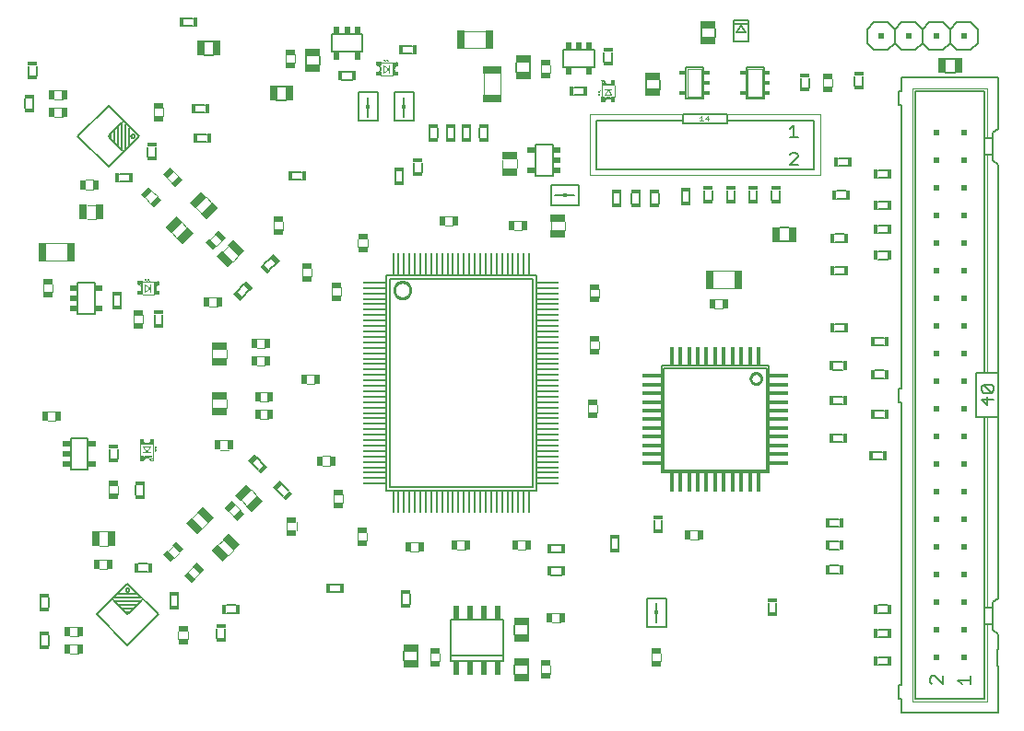
<source format=gbs>
G75*
G70*
%OFA0B0*%
%FSLAX24Y24*%
%IPPOS*%
%LPD*%
%AMOC8*
5,1,8,0,0,1.08239X$1,22.5*
%
%ADD10C,0.0080*%
%ADD11C,0.0100*%
%ADD12R,0.0787X0.0079*%
%ADD13R,0.0079X0.0787*%
%ADD14C,0.0050*%
%ADD15R,0.0571X0.0295*%
%ADD16C,0.0040*%
%ADD17R,0.0197X0.0374*%
%ADD18R,0.0160X0.0340*%
%ADD19C,0.0060*%
%ADD20R,0.0256X0.0197*%
%ADD21R,0.0374X0.0197*%
%ADD22R,0.0157X0.0118*%
%ADD23R,0.0118X0.0157*%
%ADD24R,0.0295X0.0571*%
%ADD25R,0.0340X0.0160*%
%ADD26R,0.0551X0.0256*%
%ADD27R,0.0197X0.0256*%
%ADD28R,0.0256X0.0551*%
%ADD29R,0.0295X0.0669*%
%ADD30R,0.0669X0.0295*%
%ADD31R,0.0173X0.0697*%
%ADD32R,0.0173X0.0697*%
%ADD33R,0.0173X0.0697*%
%ADD34R,0.0697X0.0173*%
%ADD35R,0.0697X0.0173*%
%ADD36R,0.0697X0.0173*%
%ADD37R,0.0193X0.0472*%
%ADD38R,0.0200X0.0200*%
%ADD39C,0.0004*%
%ADD40R,0.0295X0.0130*%
%ADD41C,0.0030*%
%ADD42R,0.0551X0.0079*%
%ADD43C,0.0030*%
%ADD44R,0.0197X0.0123*%
%ADD45R,0.0105X0.0053*%
%ADD46R,0.0069X0.0298*%
%ADD47R,0.0197X0.0128*%
%ADD48R,0.0098X0.0059*%
%ADD49R,0.0069X0.0157*%
%ADD50R,0.0079X0.0079*%
%ADD51C,0.0012*%
%ADD52R,0.0030X0.0128*%
%ADD53R,0.0123X0.0197*%
%ADD54R,0.0053X0.0105*%
%ADD55R,0.0298X0.0069*%
%ADD56R,0.0128X0.0197*%
%ADD57R,0.0059X0.0098*%
%ADD58R,0.0157X0.0069*%
%ADD59R,0.0128X0.0030*%
%ADD60C,0.0020*%
D10*
X016947Y008391D02*
X022380Y008391D01*
X022380Y016186D01*
X016947Y016186D01*
X016947Y008391D01*
X017081Y008525D02*
X017081Y016056D01*
X022246Y016056D01*
X022246Y008525D01*
X017081Y008525D01*
X019281Y003724D02*
X021171Y003724D01*
X021171Y002425D01*
X019281Y002425D01*
X019281Y003724D01*
X019281Y002425D02*
X019281Y002228D01*
X021171Y002228D01*
X021171Y002425D01*
X026918Y009043D02*
X030784Y009043D01*
X030784Y012909D01*
X026918Y012909D01*
X026918Y009043D01*
X026996Y009122D02*
X026996Y012830D01*
X030709Y012830D01*
X030709Y009122D01*
X026996Y009122D01*
D11*
X030130Y012452D02*
X030132Y012479D01*
X030138Y012506D01*
X030147Y012532D01*
X030160Y012556D01*
X030176Y012579D01*
X030195Y012598D01*
X030217Y012615D01*
X030241Y012629D01*
X030266Y012639D01*
X030293Y012646D01*
X030320Y012649D01*
X030348Y012648D01*
X030375Y012643D01*
X030401Y012635D01*
X030425Y012623D01*
X030448Y012607D01*
X030469Y012589D01*
X030486Y012568D01*
X030501Y012544D01*
X030512Y012519D01*
X030520Y012493D01*
X030524Y012466D01*
X030524Y012438D01*
X030520Y012411D01*
X030512Y012385D01*
X030501Y012360D01*
X030486Y012336D01*
X030469Y012315D01*
X030448Y012297D01*
X030426Y012281D01*
X030401Y012269D01*
X030375Y012261D01*
X030348Y012256D01*
X030320Y012255D01*
X030293Y012258D01*
X030266Y012265D01*
X030241Y012275D01*
X030217Y012289D01*
X030195Y012306D01*
X030176Y012325D01*
X030160Y012348D01*
X030147Y012372D01*
X030138Y012398D01*
X030132Y012425D01*
X030130Y012452D01*
X017242Y015655D02*
X017244Y015689D01*
X017250Y015723D01*
X017260Y015756D01*
X017273Y015787D01*
X017291Y015817D01*
X017311Y015845D01*
X017335Y015870D01*
X017361Y015892D01*
X017389Y015910D01*
X017420Y015926D01*
X017452Y015938D01*
X017486Y015946D01*
X017520Y015950D01*
X017554Y015950D01*
X017588Y015946D01*
X017622Y015938D01*
X017654Y015926D01*
X017684Y015910D01*
X017713Y015892D01*
X017739Y015870D01*
X017763Y015845D01*
X017783Y015817D01*
X017801Y015787D01*
X017814Y015756D01*
X017824Y015723D01*
X017830Y015689D01*
X017832Y015655D01*
X017830Y015621D01*
X017824Y015587D01*
X017814Y015554D01*
X017801Y015523D01*
X017783Y015493D01*
X017763Y015465D01*
X017739Y015440D01*
X017713Y015418D01*
X017685Y015400D01*
X017654Y015384D01*
X017622Y015372D01*
X017588Y015364D01*
X017554Y015360D01*
X017520Y015360D01*
X017486Y015364D01*
X017452Y015372D01*
X017420Y015384D01*
X017389Y015400D01*
X017361Y015418D01*
X017335Y015440D01*
X017311Y015465D01*
X017291Y015493D01*
X017273Y015523D01*
X017260Y015554D01*
X017250Y015587D01*
X017244Y015621D01*
X017242Y015655D01*
D12*
X016533Y015733D03*
X016533Y015537D03*
X016533Y015340D03*
X016533Y015143D03*
X016533Y014946D03*
X016533Y014749D03*
X016533Y014552D03*
X016533Y014355D03*
X016533Y014159D03*
X016533Y013962D03*
X016533Y013765D03*
X016533Y013568D03*
X016533Y013371D03*
X016533Y013174D03*
X016533Y012978D03*
X016533Y012781D03*
X016533Y012584D03*
X016533Y012387D03*
X016533Y012190D03*
X016533Y011993D03*
X016533Y011796D03*
X016533Y011600D03*
X016533Y011403D03*
X016533Y011206D03*
X016533Y011009D03*
X016533Y010812D03*
X016533Y010615D03*
X016533Y010418D03*
X016533Y010222D03*
X016533Y010025D03*
X016533Y009828D03*
X016533Y009631D03*
X016533Y009434D03*
X016533Y009237D03*
X016533Y009041D03*
X016533Y008844D03*
X016533Y008647D03*
X022793Y008647D03*
X022793Y008844D03*
X022793Y009041D03*
X022793Y009237D03*
X022793Y009434D03*
X022793Y009631D03*
X022793Y009828D03*
X022793Y010025D03*
X022793Y010222D03*
X022793Y010418D03*
X022793Y010615D03*
X022793Y010812D03*
X022793Y011009D03*
X022793Y011206D03*
X022793Y011403D03*
X022793Y011600D03*
X022793Y011796D03*
X022793Y011993D03*
X022793Y012190D03*
X022793Y012387D03*
X022793Y012584D03*
X022793Y012781D03*
X022793Y012978D03*
X022793Y013174D03*
X022793Y013371D03*
X022793Y013568D03*
X022793Y013765D03*
X022793Y013962D03*
X022793Y014159D03*
X022793Y014355D03*
X022793Y014552D03*
X022793Y014749D03*
X022793Y014946D03*
X022793Y015143D03*
X022793Y015340D03*
X022793Y015537D03*
X022793Y015733D03*
X022793Y015930D03*
X016533Y015930D03*
D13*
X017203Y016600D03*
X017400Y016600D03*
X017596Y016600D03*
X017793Y016600D03*
X017990Y016600D03*
X018187Y016600D03*
X018384Y016600D03*
X018581Y016600D03*
X018777Y016600D03*
X018974Y016600D03*
X019171Y016600D03*
X019368Y016600D03*
X019565Y016600D03*
X019762Y016600D03*
X019959Y016600D03*
X020155Y016600D03*
X020352Y016600D03*
X020549Y016600D03*
X020746Y016600D03*
X020943Y016600D03*
X021140Y016600D03*
X021337Y016600D03*
X021533Y016600D03*
X021730Y016600D03*
X021927Y016600D03*
X022124Y016600D03*
X022124Y007978D03*
X021927Y007978D03*
X021730Y007978D03*
X021533Y007978D03*
X021337Y007978D03*
X021140Y007978D03*
X020943Y007978D03*
X020746Y007978D03*
X020549Y007978D03*
X020352Y007978D03*
X020155Y007978D03*
X019959Y007978D03*
X019762Y007978D03*
X019565Y007978D03*
X019368Y007978D03*
X019171Y007978D03*
X018974Y007978D03*
X018777Y007978D03*
X018581Y007978D03*
X018384Y007978D03*
X018187Y007978D03*
X017990Y007978D03*
X017793Y007978D03*
X017596Y007978D03*
X017400Y007978D03*
X017203Y007978D03*
D14*
X008714Y003914D02*
X007601Y005027D01*
X006487Y003914D01*
X007601Y002800D01*
X008714Y003914D01*
X008131Y004444D02*
X008087Y004400D01*
X007115Y004400D01*
X007247Y004267D01*
X007954Y004267D01*
X008087Y004400D01*
X008043Y004532D02*
X007159Y004532D01*
X007070Y004444D02*
X007115Y004400D01*
X007247Y004267D02*
X007380Y004135D01*
X007822Y004135D01*
X007954Y004267D01*
X007822Y004135D02*
X007689Y004002D01*
X007512Y004002D01*
X007601Y003914D01*
X007689Y004002D01*
X007512Y004002D02*
X007380Y004135D01*
X007291Y004665D02*
X007910Y004665D01*
X007538Y004797D02*
X007540Y004812D01*
X007545Y004826D01*
X007554Y004839D01*
X007565Y004849D01*
X007579Y004856D01*
X007593Y004860D01*
X007609Y004860D01*
X007623Y004856D01*
X007637Y004849D01*
X007648Y004839D01*
X007657Y004826D01*
X007662Y004812D01*
X007664Y004797D01*
X007662Y004782D01*
X007657Y004768D01*
X007648Y004755D01*
X007637Y004745D01*
X007623Y004738D01*
X007609Y004734D01*
X007593Y004734D01*
X007579Y004738D01*
X007565Y004745D01*
X007554Y004755D01*
X007545Y004768D01*
X007540Y004782D01*
X007538Y004797D01*
X026379Y004498D02*
X026379Y003474D01*
X027093Y003474D01*
X027093Y004498D01*
X026379Y004498D01*
X026726Y004326D02*
X026726Y003626D01*
X036625Y001601D02*
X036625Y001451D01*
X036700Y001376D01*
X036625Y001601D02*
X036700Y001676D01*
X036776Y001676D01*
X037076Y001376D01*
X037076Y001676D01*
X037625Y001526D02*
X038076Y001526D01*
X038076Y001376D02*
X038076Y001676D01*
X037776Y001376D02*
X037625Y001526D01*
X038701Y011476D02*
X038701Y011776D01*
X038851Y011936D02*
X038550Y012237D01*
X038851Y012237D01*
X038926Y012162D01*
X038926Y012011D01*
X038851Y011936D01*
X038550Y011936D01*
X038475Y012011D01*
X038475Y012162D01*
X038550Y012237D01*
X038475Y011701D02*
X038701Y011476D01*
X038926Y011701D02*
X038475Y011701D01*
X032413Y020028D02*
X032413Y021799D01*
X029276Y021799D01*
X029276Y021701D02*
X029276Y022016D01*
X027676Y022016D01*
X027676Y021701D01*
X029276Y021701D01*
X029973Y022604D02*
X029973Y023723D01*
X030603Y023723D01*
X030603Y022604D01*
X029973Y022604D01*
X028416Y022605D02*
X028416Y023723D01*
X027786Y023723D01*
X027786Y022605D01*
X028416Y022605D01*
X027676Y021799D02*
X024539Y021799D01*
X024539Y020028D01*
X032413Y020028D01*
X031841Y020189D02*
X031540Y020189D01*
X031841Y020489D01*
X031841Y020564D01*
X031766Y020639D01*
X031615Y020639D01*
X031540Y020564D01*
X031540Y021189D02*
X031841Y021189D01*
X031691Y021189D02*
X031691Y021639D01*
X031540Y021489D01*
X023935Y019448D02*
X023935Y018734D01*
X022911Y018734D01*
X022911Y019448D01*
X023935Y019448D01*
X023764Y019101D02*
X023063Y019101D01*
X017968Y021787D02*
X017254Y021787D01*
X017254Y022811D01*
X017968Y022811D01*
X017968Y021787D01*
X017601Y021938D02*
X017601Y022639D01*
X016655Y022811D02*
X015941Y022811D01*
X015941Y021787D01*
X016655Y021787D01*
X016655Y022811D01*
X016288Y022639D02*
X016288Y021938D01*
X008027Y021226D02*
X006913Y022340D01*
X005800Y021226D01*
X006913Y020112D01*
X008027Y021226D01*
X007734Y021226D02*
X007736Y021241D01*
X007741Y021255D01*
X007750Y021268D01*
X007761Y021278D01*
X007775Y021285D01*
X007789Y021289D01*
X007805Y021289D01*
X007819Y021285D01*
X007833Y021278D01*
X007844Y021268D01*
X007853Y021255D01*
X007858Y021241D01*
X007860Y021226D01*
X007858Y021211D01*
X007853Y021197D01*
X007844Y021184D01*
X007833Y021174D01*
X007819Y021167D01*
X007805Y021163D01*
X007789Y021163D01*
X007775Y021167D01*
X007761Y021174D01*
X007750Y021184D01*
X007741Y021197D01*
X007736Y021211D01*
X007734Y021226D01*
X007665Y021535D02*
X007665Y020917D01*
X007532Y020784D02*
X007532Y021668D01*
X007444Y021756D02*
X007399Y021712D01*
X007399Y020740D01*
X007444Y020696D01*
X007399Y020740D02*
X007267Y020872D01*
X007267Y021580D01*
X007134Y021447D01*
X007134Y021005D01*
X007267Y020872D01*
X007134Y021005D02*
X007002Y021138D01*
X007002Y021314D01*
X006913Y021226D01*
X007002Y021138D01*
X007002Y021314D02*
X007134Y021447D01*
X007267Y021580D02*
X007399Y021712D01*
D15*
X010914Y013633D03*
X010914Y013063D03*
X010913Y011826D03*
X010913Y011256D03*
X021414Y019938D03*
X021414Y020508D03*
X023164Y018258D03*
X023164Y017688D03*
D16*
X023423Y017826D02*
X023423Y018126D01*
X022904Y018116D02*
X022904Y017826D01*
X021866Y017811D02*
X021586Y017811D01*
X021586Y018146D02*
X021866Y018146D01*
X019366Y017994D02*
X019086Y017994D01*
X019086Y018329D02*
X019366Y018329D01*
X021153Y020076D02*
X021153Y020366D01*
X021673Y020376D02*
X021673Y020076D01*
X024839Y022487D02*
X024844Y022509D01*
X024852Y022529D01*
X024863Y022547D01*
X024878Y022564D01*
X024894Y022578D01*
X024913Y022590D01*
X024933Y022598D01*
X024954Y022603D01*
X024976Y022605D01*
X024998Y022603D01*
X025019Y022598D01*
X025039Y022590D01*
X025058Y022578D01*
X025074Y022564D01*
X025089Y022547D01*
X025100Y022529D01*
X025108Y022509D01*
X025113Y022487D01*
X024886Y023132D02*
X024851Y023132D01*
X024851Y023164D01*
X022891Y023523D02*
X022891Y023804D01*
X022556Y023804D02*
X022556Y023523D01*
X021098Y023481D02*
X021098Y022721D01*
X020479Y022721D02*
X020479Y023481D01*
X020543Y024416D02*
X019783Y024416D01*
X019783Y025036D02*
X020543Y025036D01*
X017288Y023789D02*
X017257Y023789D01*
X017257Y023754D01*
X016611Y023801D02*
X016633Y023796D01*
X016653Y023788D01*
X016671Y023777D01*
X016688Y023762D01*
X016702Y023746D01*
X016714Y023727D01*
X016722Y023707D01*
X016727Y023686D01*
X016729Y023664D01*
X016727Y023642D01*
X016722Y023621D01*
X016714Y023601D01*
X016702Y023582D01*
X016688Y023566D01*
X016671Y023551D01*
X016653Y023540D01*
X016633Y023532D01*
X016611Y023527D01*
X013641Y023898D02*
X013641Y024179D01*
X013306Y024179D02*
X013306Y023898D01*
X008891Y022241D02*
X008891Y021961D01*
X008556Y021961D02*
X008556Y022241D01*
X005241Y022271D02*
X004961Y022271D01*
X004961Y022561D02*
X005241Y022561D01*
X005241Y022896D02*
X004961Y022896D01*
X004961Y021936D02*
X005241Y021936D01*
X006086Y019641D02*
X006366Y019641D01*
X006366Y019306D02*
X006086Y019306D01*
X006138Y018736D02*
X006428Y018736D01*
X006438Y018216D02*
X006138Y018216D01*
X005418Y017348D02*
X004658Y017348D01*
X004658Y016729D02*
X005418Y016729D01*
X004896Y015866D02*
X004896Y015586D01*
X004561Y015586D02*
X004561Y015866D01*
X007806Y014741D02*
X007806Y014461D01*
X008141Y014461D02*
X008141Y014741D01*
X007986Y015589D02*
X008008Y015594D01*
X008028Y015602D01*
X008046Y015613D01*
X008063Y015628D01*
X008077Y015644D01*
X008089Y015663D01*
X008097Y015683D01*
X008102Y015704D01*
X008104Y015726D01*
X008102Y015748D01*
X008097Y015769D01*
X008089Y015789D01*
X008077Y015808D01*
X008063Y015824D01*
X008046Y015839D01*
X008028Y015850D01*
X008008Y015858D01*
X007986Y015863D01*
X008632Y015851D02*
X008632Y015816D01*
X008632Y015851D02*
X008663Y015851D01*
X010557Y015380D02*
X010837Y015380D01*
X010837Y015045D02*
X010557Y015045D01*
X012273Y013896D02*
X012553Y013896D01*
X012553Y013561D02*
X012273Y013561D01*
X012273Y013271D02*
X012553Y013271D01*
X012553Y012936D02*
X012273Y012936D01*
X011173Y013201D02*
X011173Y013501D01*
X010653Y013491D02*
X010653Y013201D01*
X012398Y011959D02*
X012678Y011959D01*
X012678Y011624D02*
X012398Y011624D01*
X012398Y011334D02*
X012678Y011334D01*
X012678Y010999D02*
X012398Y010999D01*
X011173Y011398D02*
X011173Y011689D01*
X010653Y011689D02*
X010653Y011389D01*
X010961Y010209D02*
X011241Y010209D01*
X011241Y009874D02*
X010961Y009874D01*
X012073Y008410D02*
X012278Y008205D01*
X011918Y007831D02*
X011706Y008043D01*
X011486Y007883D02*
X011684Y007685D01*
X011448Y007448D02*
X011249Y007646D01*
X010517Y007254D02*
X010312Y007049D01*
X009938Y007409D02*
X010150Y007621D01*
X011081Y006628D02*
X010869Y006415D01*
X011244Y006055D02*
X011449Y006260D01*
X010226Y005410D02*
X010027Y005212D01*
X009790Y005449D02*
X009989Y005647D01*
X009482Y006165D02*
X009284Y005967D01*
X009047Y006204D02*
X009245Y006402D01*
X006876Y006404D02*
X006576Y006404D01*
X006586Y005891D02*
X006866Y005891D01*
X006866Y005556D02*
X006586Y005556D01*
X006576Y006923D02*
X006866Y006923D01*
X006931Y008273D02*
X006931Y008554D01*
X007266Y008554D02*
X007266Y008273D01*
X008413Y009539D02*
X008413Y009570D01*
X008378Y009570D01*
X008425Y010216D02*
X008420Y010194D01*
X008412Y010174D01*
X008401Y010156D01*
X008386Y010139D01*
X008370Y010125D01*
X008351Y010113D01*
X008331Y010105D01*
X008310Y010100D01*
X008288Y010098D01*
X008266Y010100D01*
X008245Y010105D01*
X008225Y010113D01*
X008206Y010125D01*
X008190Y010139D01*
X008175Y010156D01*
X008164Y010174D01*
X008156Y010194D01*
X008151Y010216D01*
X004991Y010936D02*
X004711Y010936D01*
X004711Y011271D02*
X004991Y011271D01*
X011405Y016699D02*
X011617Y016911D01*
X011243Y017271D02*
X011038Y017066D01*
X010810Y017256D02*
X011009Y017454D01*
X010772Y017691D02*
X010573Y017493D01*
X009757Y017907D02*
X009545Y018119D01*
X009184Y017745D02*
X009389Y017540D01*
X010284Y018434D02*
X010079Y018640D01*
X010439Y019014D02*
X010651Y018802D01*
X009453Y019759D02*
X009255Y019957D01*
X009018Y019720D02*
X009216Y019522D01*
X008673Y019041D02*
X008475Y019239D01*
X008238Y019002D02*
X008436Y018804D01*
X012873Y018116D02*
X012873Y017836D01*
X013208Y017836D02*
X013208Y018116D01*
X013931Y016429D02*
X013931Y016148D01*
X014266Y016148D02*
X014266Y016429D01*
X014998Y015741D02*
X014998Y015461D01*
X015333Y015461D02*
X015333Y015741D01*
X015936Y017211D02*
X015936Y017491D01*
X016271Y017491D02*
X016271Y017211D01*
X014366Y012579D02*
X014086Y012579D01*
X014086Y012243D02*
X014366Y012243D01*
X014648Y009641D02*
X014928Y009641D01*
X014928Y009306D02*
X014648Y009306D01*
X015056Y008241D02*
X015056Y007961D01*
X015391Y007961D02*
X015391Y008241D01*
X015931Y006866D02*
X015931Y006586D01*
X016266Y006586D02*
X016266Y006866D01*
X017836Y006521D02*
X018116Y006521D01*
X018116Y006186D02*
X017836Y006186D01*
X019523Y006249D02*
X019803Y006249D01*
X019803Y006584D02*
X019523Y006584D01*
X021711Y006579D02*
X021991Y006579D01*
X021991Y006243D02*
X021711Y006243D01*
X022961Y003959D02*
X023241Y003959D01*
X023241Y003624D02*
X022961Y003624D01*
X022896Y002054D02*
X022896Y001773D01*
X022561Y001773D02*
X022561Y002054D01*
X018896Y002211D02*
X018896Y002491D01*
X018561Y002491D02*
X018561Y002211D01*
X013703Y006961D02*
X013703Y007241D01*
X013368Y007241D02*
X013368Y006961D01*
X009771Y003304D02*
X009771Y003023D01*
X009436Y003023D02*
X009436Y003304D01*
X005803Y003459D02*
X005523Y003459D01*
X005523Y003124D02*
X005803Y003124D01*
X005803Y002834D02*
X005523Y002834D01*
X005523Y002499D02*
X005803Y002499D01*
X024243Y011211D02*
X024243Y011491D01*
X024578Y011491D02*
X024578Y011211D01*
X024646Y013523D02*
X024646Y013804D01*
X024311Y013804D02*
X024311Y013523D01*
X024311Y015398D02*
X024311Y015679D01*
X024646Y015679D02*
X024646Y015398D01*
X028783Y015729D02*
X029543Y015729D01*
X029116Y015329D02*
X028836Y015329D01*
X028836Y014993D02*
X029116Y014993D01*
X028783Y016348D02*
X029543Y016348D01*
X032743Y023023D02*
X032743Y023304D01*
X033078Y023304D02*
X033078Y023023D01*
X028241Y006959D02*
X027961Y006959D01*
X027961Y006624D02*
X028241Y006624D01*
X026891Y002491D02*
X026891Y002211D01*
X026556Y002211D02*
X026556Y002491D01*
D17*
X023329Y003791D03*
X022869Y003791D03*
X022082Y006412D03*
X021622Y006412D03*
X019892Y006416D03*
X019432Y006416D03*
X018204Y006353D03*
X017744Y006353D03*
X015020Y009474D03*
X014560Y009474D03*
X012767Y011166D03*
X012307Y011166D03*
X012307Y011791D03*
X012767Y011791D03*
X013997Y012412D03*
X014457Y012412D03*
X012642Y013103D03*
X012182Y013103D03*
X012182Y013728D03*
X012642Y013728D03*
X010926Y015212D03*
X010466Y015212D03*
G36*
X010829Y017247D02*
X010690Y017108D01*
X010427Y017371D01*
X010566Y017510D01*
X010829Y017247D01*
G37*
G36*
X011154Y017572D02*
X011015Y017433D01*
X010752Y017696D01*
X010891Y017835D01*
X011154Y017572D01*
G37*
G36*
X008555Y018659D02*
X008416Y018798D01*
X008679Y019061D01*
X008818Y018922D01*
X008555Y018659D01*
G37*
G36*
X008229Y018984D02*
X008090Y019123D01*
X008353Y019386D01*
X008492Y019247D01*
X008229Y018984D01*
G37*
G36*
X009010Y019702D02*
X008871Y019841D01*
X009134Y020104D01*
X009273Y019965D01*
X009010Y019702D01*
G37*
G36*
X009335Y019376D02*
X009196Y019515D01*
X009459Y019778D01*
X009598Y019639D01*
X009335Y019376D01*
G37*
X006457Y019474D03*
X005997Y019474D03*
X005329Y022103D03*
X004869Y022103D03*
X004869Y022728D03*
X005329Y022728D03*
X018997Y018162D03*
X019457Y018162D03*
X021494Y017978D03*
X021954Y017978D03*
X028747Y015162D03*
X029207Y015162D03*
X028329Y006791D03*
X027869Y006791D03*
G36*
X011566Y007302D02*
X011427Y007441D01*
X011690Y007704D01*
X011829Y007565D01*
X011566Y007302D01*
G37*
G36*
X011241Y007628D02*
X011102Y007767D01*
X011365Y008030D01*
X011504Y007891D01*
X011241Y007628D01*
G37*
G36*
X009627Y006283D02*
X009488Y006144D01*
X009225Y006407D01*
X009364Y006546D01*
X009627Y006283D01*
G37*
G36*
X009302Y005958D02*
X009163Y005819D01*
X008900Y006082D01*
X009039Y006221D01*
X009302Y005958D01*
G37*
G36*
X010371Y005529D02*
X010232Y005390D01*
X009969Y005653D01*
X010108Y005792D01*
X010371Y005529D01*
G37*
G36*
X010046Y005204D02*
X009907Y005065D01*
X009644Y005328D01*
X009783Y005467D01*
X010046Y005204D01*
G37*
X006957Y005724D03*
X006497Y005724D03*
X005892Y003291D03*
X005432Y003291D03*
X005432Y002666D03*
X005892Y002666D03*
X010869Y010041D03*
X011329Y010041D03*
X005079Y011103D03*
X004619Y011103D03*
D18*
G36*
X011778Y015386D02*
X011665Y015273D01*
X011426Y015512D01*
X011539Y015625D01*
X011778Y015386D01*
G37*
G36*
X012132Y015740D02*
X012019Y015627D01*
X011780Y015866D01*
X011893Y015979D01*
X012132Y015740D01*
G37*
G36*
X012398Y016485D02*
X012511Y016598D01*
X012750Y016359D01*
X012637Y016246D01*
X012398Y016485D01*
G37*
G36*
X012752Y016838D02*
X012865Y016951D01*
X013104Y016712D01*
X012991Y016599D01*
X012752Y016838D01*
G37*
X013476Y019789D03*
X013976Y019789D03*
X010538Y021164D03*
X010038Y021164D03*
X009976Y022226D03*
X010476Y022226D03*
X007726Y019726D03*
X007226Y019726D03*
X015288Y023414D03*
X015788Y023414D03*
X017476Y024351D03*
X017976Y024351D03*
X023663Y022851D03*
X024163Y022851D03*
X033226Y020289D03*
X033726Y020289D03*
X034663Y019851D03*
X035163Y019851D03*
X035163Y018726D03*
X034663Y018726D03*
X033663Y019101D03*
X033163Y019101D03*
X034663Y017851D03*
X035163Y017851D03*
X035163Y016914D03*
X034663Y016914D03*
X033601Y016351D03*
X033101Y016351D03*
X033101Y017539D03*
X033601Y017539D03*
X033601Y014289D03*
X033101Y014289D03*
X034538Y013789D03*
X035038Y013789D03*
X035038Y012601D03*
X034538Y012601D03*
X033538Y012914D03*
X033038Y012914D03*
X033038Y011664D03*
X033538Y011664D03*
X034538Y011164D03*
X035038Y011164D03*
X033538Y010289D03*
X033038Y010289D03*
X034476Y009664D03*
X034976Y009664D03*
X033413Y007226D03*
X032913Y007226D03*
X032913Y006414D03*
X033413Y006414D03*
X033413Y005539D03*
X032913Y005539D03*
X034663Y004101D03*
X035163Y004101D03*
X035163Y003226D03*
X034663Y003226D03*
X034663Y002226D03*
X035163Y002226D03*
X023351Y005476D03*
X022851Y005476D03*
X022851Y006289D03*
X023351Y006289D03*
X015351Y004851D03*
X014851Y004851D03*
X011601Y004101D03*
X011101Y004101D03*
X008413Y005601D03*
X007913Y005601D03*
G36*
X013096Y008754D02*
X013209Y008641D01*
X012970Y008402D01*
X012857Y008515D01*
X013096Y008754D01*
G37*
G36*
X013449Y008400D02*
X013562Y008287D01*
X013323Y008048D01*
X013210Y008161D01*
X013449Y008400D01*
G37*
G36*
X012426Y009008D02*
X012313Y009121D01*
X012552Y009360D01*
X012665Y009247D01*
X012426Y009008D01*
G37*
G36*
X012073Y009361D02*
X011960Y009474D01*
X012199Y009713D01*
X012312Y009600D01*
X012073Y009361D01*
G37*
X010038Y025351D03*
X009538Y025351D03*
D19*
X004461Y003146D02*
X004461Y002806D01*
X004741Y002806D02*
X004741Y003146D01*
X004741Y004181D02*
X004741Y004521D01*
X004461Y004521D02*
X004461Y004181D01*
X007993Y005461D02*
X008333Y005461D01*
X008333Y005741D02*
X007993Y005741D01*
X009148Y004584D02*
X009148Y004244D01*
X009428Y004244D02*
X009428Y004584D01*
X011181Y004241D02*
X011521Y004241D01*
X011521Y003961D02*
X011181Y003961D01*
X011116Y003396D02*
X011116Y003056D01*
X010836Y003056D02*
X010836Y003396D01*
X014931Y004711D02*
X015271Y004711D01*
X015271Y004991D02*
X014931Y004991D01*
X017523Y004646D02*
X017523Y004306D01*
X017804Y004306D02*
X017804Y004646D01*
X017601Y002575D02*
X017601Y002252D01*
X018101Y002252D02*
X018101Y002575D01*
X021601Y002075D02*
X021601Y001752D01*
X022101Y001752D02*
X022101Y002075D01*
X022101Y003190D02*
X022101Y003512D01*
X021601Y003512D02*
X021601Y003190D01*
X022931Y005336D02*
X023271Y005336D01*
X023271Y005616D02*
X022931Y005616D01*
X022931Y006148D02*
X023271Y006148D01*
X023271Y006429D02*
X022931Y006429D01*
X025086Y006306D02*
X025086Y006646D01*
X025366Y006646D02*
X025366Y006306D01*
X026648Y006994D02*
X026648Y007334D01*
X026928Y007334D02*
X026928Y006994D01*
X030773Y004334D02*
X030773Y003993D01*
X031053Y003993D02*
X031053Y004334D01*
X032993Y005398D02*
X033333Y005398D01*
X033333Y005679D02*
X032993Y005679D01*
X032993Y006273D02*
X033333Y006273D01*
X033333Y006554D02*
X032993Y006554D01*
X032993Y007086D02*
X033333Y007086D01*
X033333Y007366D02*
X032993Y007366D01*
X034556Y009523D02*
X034896Y009523D01*
X034896Y009804D02*
X034556Y009804D01*
X033458Y010148D02*
X033118Y010148D01*
X033118Y010429D02*
X033458Y010429D01*
X034618Y011023D02*
X034958Y011023D01*
X034958Y011304D02*
X034618Y011304D01*
X035501Y011601D02*
X035601Y011601D01*
X035601Y001351D01*
X035501Y001351D01*
X035501Y000851D01*
X035601Y000851D01*
X035601Y000351D01*
X039101Y000351D01*
X039101Y002051D01*
X039051Y002051D01*
X039051Y002651D01*
X039101Y002651D01*
X039101Y003201D01*
X038901Y003351D01*
X038901Y003551D01*
X038901Y004151D01*
X038901Y004351D01*
X039101Y004501D01*
X039101Y011051D01*
X038701Y011051D01*
X038601Y011051D01*
X038601Y004151D01*
X038601Y003551D01*
X038601Y000851D01*
X036101Y000851D01*
X036101Y022851D01*
X038601Y022851D01*
X038601Y021151D01*
X038601Y020551D01*
X038601Y012651D01*
X038701Y012651D01*
X039101Y012651D01*
X039101Y011051D01*
X038601Y011051D02*
X038301Y011051D01*
X038301Y012651D01*
X038601Y012651D01*
X039101Y012651D02*
X039101Y020201D01*
X038901Y020351D01*
X038901Y020551D01*
X038901Y021151D01*
X038701Y021151D01*
X038601Y021151D01*
X038901Y021151D02*
X038901Y021351D01*
X039101Y021501D01*
X039101Y023351D01*
X035601Y023351D01*
X035601Y022851D01*
X035501Y022851D01*
X035501Y022351D01*
X035601Y022351D01*
X035601Y012101D01*
X035501Y012101D01*
X035501Y011601D01*
X034958Y012461D02*
X034618Y012461D01*
X034618Y012741D02*
X034958Y012741D01*
X034958Y013648D02*
X034618Y013648D01*
X034618Y013929D02*
X034958Y013929D01*
X033521Y014148D02*
X033181Y014148D01*
X033181Y014429D02*
X033521Y014429D01*
X033458Y013054D02*
X033118Y013054D01*
X033118Y012773D02*
X033458Y012773D01*
X033458Y011804D02*
X033118Y011804D01*
X033118Y011523D02*
X033458Y011523D01*
X033521Y016211D02*
X033181Y016211D01*
X033181Y016491D02*
X033521Y016491D01*
X034743Y016773D02*
X035083Y016773D01*
X035083Y017054D02*
X034743Y017054D01*
X034743Y017711D02*
X035083Y017711D01*
X035083Y017991D02*
X034743Y017991D01*
X034743Y018586D02*
X035083Y018586D01*
X035083Y018866D02*
X034743Y018866D01*
X034743Y019711D02*
X035083Y019711D01*
X035083Y019991D02*
X034743Y019991D01*
X033646Y020148D02*
X033306Y020148D01*
X033306Y020429D02*
X033646Y020429D01*
X033583Y019241D02*
X033243Y019241D01*
X033243Y018961D02*
X033583Y018961D01*
X033521Y017679D02*
X033181Y017679D01*
X033181Y017398D02*
X033521Y017398D01*
X031512Y017414D02*
X031189Y017414D01*
X031189Y017914D02*
X031512Y017914D01*
X031178Y018931D02*
X031178Y019271D01*
X030898Y019271D02*
X030898Y018931D01*
X030366Y018931D02*
X030366Y019271D01*
X030086Y019271D02*
X030086Y018931D01*
X029553Y018931D02*
X029553Y019271D01*
X029273Y019271D02*
X029273Y018931D01*
X028741Y018931D02*
X028741Y019271D01*
X028461Y019271D02*
X028461Y018931D01*
X027928Y018868D02*
X027928Y019209D01*
X027648Y019209D02*
X027648Y018868D01*
X026804Y018806D02*
X026804Y019146D01*
X026523Y019146D02*
X026523Y018806D01*
X026116Y018806D02*
X026116Y019146D01*
X025836Y019146D02*
X025836Y018806D01*
X025429Y018806D02*
X025429Y019146D01*
X025148Y019146D02*
X025148Y018806D01*
X022972Y019791D02*
X022972Y019828D01*
X022972Y019791D02*
X022354Y019791D01*
X022354Y019828D01*
X022354Y019791D02*
X022354Y020911D01*
X022354Y020874D01*
X022354Y020911D02*
X022972Y020911D01*
X022972Y020874D01*
X022972Y020911D02*
X022972Y019791D01*
X022972Y020146D02*
X022972Y020183D01*
X022972Y020520D02*
X022972Y020557D01*
X022354Y020557D02*
X022354Y020146D01*
X020616Y021181D02*
X020616Y021521D01*
X020336Y021521D02*
X020336Y021181D01*
X019991Y021181D02*
X019991Y021521D01*
X019711Y021521D02*
X019711Y021181D01*
X019428Y021181D02*
X019428Y021521D01*
X019148Y021521D02*
X019148Y021181D01*
X018804Y021181D02*
X018804Y021521D01*
X018523Y021521D02*
X018523Y021181D01*
X018241Y020271D02*
X018241Y019931D01*
X017961Y019931D02*
X017961Y020271D01*
X017553Y019959D02*
X017553Y019618D01*
X017273Y019618D02*
X017273Y019959D01*
X013896Y019929D02*
X013556Y019929D01*
X013556Y019648D02*
X013896Y019648D01*
X010458Y021023D02*
X010118Y021023D01*
X010118Y021304D02*
X010458Y021304D01*
X010396Y022086D02*
X010056Y022086D01*
X010056Y022366D02*
X010396Y022366D01*
X008616Y020834D02*
X008616Y020493D01*
X008336Y020493D02*
X008336Y020834D01*
X007646Y019866D02*
X007306Y019866D01*
X007306Y019586D02*
X007646Y019586D01*
X004178Y022244D02*
X004178Y022584D01*
X003898Y022584D02*
X003898Y022244D01*
X004023Y023431D02*
X004023Y023771D01*
X004303Y023771D02*
X004303Y023431D01*
X009618Y025211D02*
X009958Y025211D01*
X009958Y025491D02*
X009618Y025491D01*
X010377Y024664D02*
X010700Y024664D01*
X010700Y024164D02*
X010377Y024164D01*
X013002Y023038D02*
X013325Y023038D01*
X013325Y022538D02*
X013002Y022538D01*
X014038Y023815D02*
X014038Y024137D01*
X014538Y024137D02*
X014538Y023815D01*
X014979Y024292D02*
X015016Y024292D01*
X014979Y024292D02*
X016098Y024292D01*
X016061Y024292D01*
X016098Y024292D02*
X016098Y024910D01*
X016061Y024910D01*
X016098Y024910D02*
X014979Y024910D01*
X015016Y024910D01*
X014979Y024910D02*
X014979Y024292D01*
X015333Y024292D02*
X015744Y024292D01*
X015708Y023554D02*
X015368Y023554D01*
X015368Y023273D02*
X015708Y023273D01*
X017556Y024211D02*
X017896Y024211D01*
X017896Y024491D02*
X017556Y024491D01*
X015744Y024910D02*
X015707Y024910D01*
X015370Y024910D02*
X015333Y024910D01*
X021663Y023887D02*
X021663Y023565D01*
X022163Y023565D02*
X022163Y023887D01*
X023354Y023729D02*
X023391Y023729D01*
X023354Y023729D02*
X024473Y023729D01*
X024436Y023729D01*
X024473Y023729D02*
X024473Y024348D01*
X024436Y024348D01*
X024473Y024348D02*
X023354Y024348D01*
X023391Y024348D01*
X023354Y024348D02*
X023354Y023729D01*
X023708Y023729D02*
X024119Y023729D01*
X024083Y022991D02*
X023743Y022991D01*
X023743Y022711D02*
X024083Y022711D01*
X024836Y023931D02*
X024836Y024271D01*
X025116Y024271D02*
X025116Y023931D01*
X024119Y024348D02*
X024082Y024348D01*
X023745Y024348D02*
X023708Y024348D01*
X026351Y023262D02*
X026351Y022940D01*
X026851Y022940D02*
X026851Y023262D01*
X028351Y024815D02*
X028351Y025137D01*
X028851Y025137D02*
X028851Y024815D01*
X029513Y024645D02*
X029513Y025432D01*
X030064Y025432D01*
X030064Y024645D01*
X029513Y024645D01*
X029631Y024999D02*
X029788Y025235D01*
X029946Y024999D01*
X029631Y024999D01*
X031961Y023334D02*
X031961Y022994D01*
X032241Y022994D02*
X032241Y023334D01*
X033898Y023396D02*
X033898Y023056D01*
X034178Y023056D02*
X034178Y023396D01*
X034601Y024351D02*
X034351Y024601D01*
X034351Y025101D01*
X034601Y025351D01*
X035101Y025351D01*
X035351Y025101D01*
X035601Y025351D01*
X036101Y025351D01*
X036351Y025101D01*
X036601Y025351D01*
X037101Y025351D01*
X037351Y025101D01*
X037601Y025351D01*
X038101Y025351D01*
X038351Y025101D01*
X038351Y024601D01*
X038101Y024351D01*
X037601Y024351D01*
X037351Y024601D01*
X037101Y024351D01*
X036601Y024351D01*
X036351Y024601D01*
X036351Y025101D01*
X036351Y024601D02*
X036101Y024351D01*
X035601Y024351D01*
X035351Y024601D01*
X035101Y024351D01*
X034601Y024351D01*
X035351Y024601D02*
X035351Y025101D01*
X037189Y024039D02*
X037512Y024039D01*
X037512Y023539D02*
X037189Y023539D01*
X037351Y024601D02*
X037351Y025101D01*
X038601Y020551D02*
X038701Y020551D01*
X038901Y020551D01*
X038901Y004151D02*
X038701Y004151D01*
X038601Y004151D01*
X038601Y003551D02*
X038701Y003551D01*
X038901Y003551D01*
X035083Y003366D02*
X034743Y003366D01*
X034743Y003086D02*
X035083Y003086D01*
X035083Y002366D02*
X034743Y002366D01*
X034743Y002086D02*
X035083Y002086D01*
X035083Y003961D02*
X034743Y003961D01*
X034743Y004241D02*
X035083Y004241D01*
X013429Y008380D02*
X013188Y008620D01*
X012990Y008422D02*
X013231Y008182D01*
X012334Y009141D02*
X012093Y009382D01*
X012291Y009580D02*
X012532Y009340D01*
X008178Y008584D02*
X008178Y008243D01*
X007898Y008243D02*
X007898Y008584D01*
X007241Y009556D02*
X007241Y009896D01*
X006961Y009896D02*
X006961Y009556D01*
X006160Y009521D02*
X006160Y009932D01*
X006160Y010249D02*
X006160Y010286D01*
X006160Y009166D01*
X006160Y009203D01*
X006160Y009166D02*
X005542Y009166D01*
X005542Y009203D01*
X005542Y009166D02*
X005542Y010286D01*
X005542Y010249D01*
X005542Y010286D02*
X006160Y010286D01*
X005542Y009932D02*
X005542Y009895D01*
X005542Y009558D02*
X005542Y009521D01*
X008586Y014431D02*
X008586Y014771D01*
X008866Y014771D02*
X008866Y014431D01*
X007366Y015118D02*
X007366Y015459D01*
X007086Y015459D02*
X007086Y015118D01*
X006410Y015146D02*
X006410Y015557D01*
X006410Y015874D02*
X006410Y015911D01*
X006410Y014791D01*
X006410Y014828D01*
X006410Y014791D02*
X005792Y014791D01*
X005792Y014828D01*
X005792Y014791D02*
X005792Y015911D01*
X005792Y015874D01*
X005792Y015911D02*
X006410Y015911D01*
X005792Y015557D02*
X005792Y015520D01*
X005792Y015183D02*
X005792Y015146D01*
X011560Y015605D02*
X011800Y015846D01*
X011998Y015647D02*
X011758Y015407D01*
X012730Y016379D02*
X012971Y016620D01*
X012772Y016818D02*
X012532Y016577D01*
D20*
X006563Y015725D03*
X006563Y014977D03*
X005638Y014977D03*
X005638Y015351D03*
X005638Y015725D03*
X005388Y010100D03*
X005388Y009726D03*
X005388Y009352D03*
X006313Y009352D03*
X006313Y010100D03*
X022201Y019977D03*
X023126Y019977D03*
X023126Y020351D03*
X023126Y020725D03*
X022201Y020725D03*
D21*
X022724Y023432D03*
X022724Y023892D03*
X013474Y023807D03*
X013474Y024267D03*
X008724Y022329D03*
X008724Y021869D03*
X013040Y018208D03*
X013040Y017748D03*
X014099Y016517D03*
X014099Y016057D03*
X015165Y015833D03*
X015165Y015373D03*
X016103Y017123D03*
X016103Y017583D03*
X024478Y015770D03*
X024478Y015310D03*
X024478Y013895D03*
X024478Y013435D03*
X024411Y011579D03*
X024411Y011119D03*
X016099Y006954D03*
X016099Y006494D03*
X015224Y007870D03*
X015224Y008330D03*
X013536Y007329D03*
X013536Y006869D03*
X009603Y003395D03*
X009603Y002935D03*
X007099Y008182D03*
X007099Y008642D03*
X007974Y014369D03*
X007974Y014829D03*
X004728Y015498D03*
X004728Y015958D03*
X018728Y002583D03*
X018728Y002123D03*
X022728Y002145D03*
X022728Y001685D03*
X026724Y002119D03*
X026724Y002579D03*
X032911Y022932D03*
X032911Y023392D03*
D22*
X023413Y019101D03*
D23*
X017601Y022289D03*
X016288Y022289D03*
X026726Y003976D03*
D24*
G36*
X012292Y008226D02*
X012500Y008018D01*
X012098Y007616D01*
X011890Y007824D01*
X012292Y008226D01*
G37*
G36*
X011889Y008629D02*
X012097Y008421D01*
X011695Y008019D01*
X011487Y008227D01*
X011889Y008629D01*
G37*
G36*
X010736Y007438D02*
X010528Y007230D01*
X010126Y007632D01*
X010334Y007840D01*
X010736Y007438D01*
G37*
G36*
X010333Y007035D02*
X010125Y006827D01*
X009723Y007229D01*
X009931Y007437D01*
X010333Y007035D01*
G37*
G36*
X011667Y006444D02*
X011459Y006236D01*
X011057Y006638D01*
X011265Y006846D01*
X011667Y006444D01*
G37*
G36*
X011264Y006041D02*
X011056Y005833D01*
X010654Y006235D01*
X010862Y006443D01*
X011264Y006041D01*
G37*
X007008Y006663D03*
X006438Y006663D03*
G36*
X010819Y016882D02*
X011027Y017090D01*
X011429Y016688D01*
X011221Y016480D01*
X010819Y016882D01*
G37*
G36*
X011222Y017285D02*
X011430Y017493D01*
X011832Y017091D01*
X011624Y016883D01*
X011222Y017285D01*
G37*
G36*
X009574Y017322D02*
X009366Y017530D01*
X009768Y017932D01*
X009976Y017724D01*
X009574Y017322D01*
G37*
G36*
X009171Y017725D02*
X008963Y017933D01*
X009365Y018335D01*
X009573Y018127D01*
X009171Y017725D01*
G37*
G36*
X010468Y018216D02*
X010260Y018424D01*
X010662Y018826D01*
X010870Y018618D01*
X010468Y018216D01*
G37*
G36*
X010065Y018619D02*
X009857Y018827D01*
X010259Y019229D01*
X010467Y019021D01*
X010065Y018619D01*
G37*
X006571Y018476D03*
X006001Y018476D03*
D25*
X008476Y020413D03*
X008476Y020913D03*
X004038Y022164D03*
X004038Y022664D03*
X004163Y023351D03*
X004163Y023851D03*
X007226Y015539D03*
X007226Y015039D03*
X008726Y014851D03*
X008726Y014351D03*
X007101Y009976D03*
X007101Y009476D03*
X008038Y008664D03*
X008038Y008164D03*
X009288Y004664D03*
X009288Y004164D03*
X010976Y003476D03*
X010976Y002976D03*
X004601Y002726D03*
X004601Y003226D03*
X004601Y004101D03*
X004601Y004601D03*
X017663Y004726D03*
X017663Y004226D03*
X025226Y006226D03*
X025226Y006726D03*
X026788Y006914D03*
X026788Y007414D03*
X030913Y004414D03*
X030913Y003914D03*
X031038Y018851D03*
X031038Y019351D03*
X030226Y019351D03*
X030226Y018851D03*
X029413Y018851D03*
X029413Y019351D03*
X028601Y019351D03*
X028601Y018851D03*
X027788Y018789D03*
X027788Y019289D03*
X026663Y019226D03*
X026663Y018726D03*
X025976Y018726D03*
X025976Y019226D03*
X025288Y019226D03*
X025288Y018726D03*
X020476Y021101D03*
X020476Y021601D03*
X019851Y021601D03*
X019288Y021601D03*
X019288Y021101D03*
X019851Y021101D03*
X018663Y021101D03*
X018663Y021601D03*
X018101Y020351D03*
X018101Y019851D03*
X017413Y020039D03*
X017413Y019539D03*
X024976Y023851D03*
X024976Y024351D03*
X032101Y023414D03*
X032101Y022914D03*
X034038Y022976D03*
X034038Y023476D03*
D26*
X028600Y024684D03*
X028600Y025264D03*
X026601Y023393D03*
X026601Y022813D03*
X021913Y023434D03*
X021913Y024014D03*
X014288Y024264D03*
X014288Y023684D03*
X021851Y003643D03*
X021851Y003063D03*
X021851Y002206D03*
X021851Y001626D03*
X017850Y002121D03*
X017850Y002701D03*
D27*
X023539Y023576D03*
X024287Y023576D03*
X024287Y024501D03*
X023913Y024501D03*
X023539Y024501D03*
X015912Y024138D03*
X015164Y024138D03*
X015164Y025064D03*
X015538Y025064D03*
X015912Y025064D03*
D28*
X013451Y022789D03*
X012871Y022789D03*
X010826Y024414D03*
X010246Y024414D03*
X031063Y017663D03*
X031643Y017663D03*
X037059Y023789D03*
X037639Y023789D03*
D29*
X029686Y016039D03*
X028641Y016038D03*
X020686Y024726D03*
X019641Y024726D03*
X005561Y017039D03*
X004516Y017038D03*
D30*
X020789Y022579D03*
X020788Y023623D03*
D31*
X027276Y013273D03*
X028851Y013273D03*
X030426Y013273D03*
X030426Y008679D03*
X028851Y008679D03*
X027276Y008679D03*
D32*
X027591Y008679D03*
X028536Y008679D03*
X029166Y008679D03*
X030111Y008679D03*
X030111Y013273D03*
X029166Y013273D03*
X028536Y013273D03*
X027591Y013273D03*
D33*
X027906Y013273D03*
X028221Y013273D03*
X029481Y013273D03*
X029796Y013273D03*
X029796Y008679D03*
X029481Y008679D03*
X028221Y008679D03*
X027906Y008679D03*
D34*
X026554Y009401D03*
X026554Y010976D03*
X026554Y012551D03*
X031148Y012551D03*
X031148Y010976D03*
X031148Y009401D03*
D35*
X031148Y009716D03*
X031148Y010661D03*
X031148Y011291D03*
X031148Y012236D03*
X026554Y012236D03*
X026554Y011291D03*
X026554Y010661D03*
X026554Y009716D03*
D36*
X026554Y010031D03*
X026554Y010346D03*
X026554Y011606D03*
X026554Y011921D03*
X031148Y011921D03*
X031148Y011606D03*
X031148Y010346D03*
X031148Y010031D03*
D37*
X020976Y004000D03*
X020476Y004000D03*
X019976Y004000D03*
X019476Y004000D03*
X019476Y001952D03*
X019976Y001952D03*
X020476Y001952D03*
X020976Y001952D03*
D38*
X036851Y002351D03*
X037851Y002351D03*
X037851Y003351D03*
X036851Y003351D03*
X036851Y004351D03*
X037851Y004351D03*
X037851Y005351D03*
X037851Y006351D03*
X036851Y006351D03*
X036851Y005351D03*
X036851Y007351D03*
X037851Y007351D03*
X037851Y008351D03*
X037851Y009351D03*
X036851Y009351D03*
X036851Y008351D03*
X036851Y010351D03*
X037851Y010351D03*
X037851Y011351D03*
X036851Y011351D03*
X036851Y012351D03*
X037851Y012351D03*
X037851Y013351D03*
X036851Y013351D03*
X036851Y014351D03*
X037851Y014351D03*
X037851Y015351D03*
X036851Y015351D03*
X036851Y016351D03*
X037851Y016351D03*
X037851Y017351D03*
X036851Y017351D03*
X036851Y018351D03*
X037851Y018351D03*
X037851Y019351D03*
X036851Y019351D03*
X036851Y020351D03*
X037851Y020351D03*
X037851Y021351D03*
X036851Y021351D03*
X036851Y024851D03*
X035851Y024851D03*
X034851Y024851D03*
X037851Y024851D03*
D39*
X030800Y023164D02*
X030796Y023164D01*
X028613Y023164D02*
X028609Y023164D01*
D40*
X028512Y023166D03*
X028512Y022792D03*
X027685Y022792D03*
X027689Y023540D03*
X028512Y023540D03*
X029877Y023539D03*
X030700Y023539D03*
X030700Y023165D03*
X030700Y022791D03*
X029873Y022791D03*
D41*
X030032Y022664D02*
X030548Y022664D01*
X030548Y023667D01*
X030032Y023667D01*
X030032Y022664D01*
X028361Y022664D02*
X028361Y023668D01*
X027845Y023668D01*
X027845Y022664D01*
X028361Y022664D01*
D42*
X029788Y025275D03*
D43*
X025206Y023058D02*
X025206Y022644D01*
X025101Y022726D02*
X025101Y022726D01*
X024976Y022914D01*
X025101Y022914D01*
X024976Y022914D02*
X024976Y022914D01*
X024851Y022726D01*
X025101Y022726D01*
X024976Y022914D02*
X024851Y022914D01*
X024695Y022882D02*
X024695Y022882D01*
X024632Y022820D01*
X024632Y022851D01*
X024632Y022820D02*
X024663Y022820D01*
X024695Y022789D02*
X024632Y022726D01*
X024663Y022726D01*
X024632Y022726D02*
X024632Y022757D01*
X024746Y022654D02*
X024746Y023215D01*
X024757Y023132D02*
X024851Y023132D01*
X024839Y023227D02*
X024844Y023205D01*
X024852Y023185D01*
X024863Y023167D01*
X024878Y023150D01*
X024894Y023136D01*
X024913Y023124D01*
X024933Y023116D01*
X024954Y023111D01*
X024976Y023109D01*
X024998Y023111D01*
X025019Y023116D01*
X025039Y023124D01*
X025058Y023136D01*
X025074Y023150D01*
X025089Y023167D01*
X025100Y023185D01*
X025108Y023205D01*
X025113Y023227D01*
X028289Y021899D02*
X028351Y021962D01*
X028351Y021775D01*
X028289Y021775D02*
X028413Y021775D01*
X028488Y021868D02*
X028613Y021868D01*
X028582Y021775D02*
X028582Y021962D01*
X028488Y021868D01*
X017352Y023527D02*
X017330Y023532D01*
X017310Y023540D01*
X017292Y023551D01*
X017275Y023566D01*
X017261Y023582D01*
X017249Y023601D01*
X017241Y023621D01*
X017236Y023642D01*
X017234Y023664D01*
X017236Y023686D01*
X017241Y023707D01*
X017249Y023727D01*
X017261Y023746D01*
X017275Y023762D01*
X017292Y023777D01*
X017310Y023788D01*
X017330Y023796D01*
X017352Y023801D01*
X017340Y023894D02*
X016779Y023894D01*
X016851Y023976D02*
X016851Y024007D01*
X016882Y024007D01*
X016851Y024007D02*
X016913Y023945D01*
X016945Y023976D02*
X016945Y024007D01*
X016976Y024007D01*
X016945Y024007D02*
X017007Y023945D01*
X017007Y023945D01*
X017038Y023789D02*
X017038Y023664D01*
X017038Y023539D01*
X017038Y023664D02*
X017038Y023664D01*
X016851Y023539D01*
X016851Y023539D01*
X016851Y023789D01*
X017038Y023664D01*
X017257Y023789D02*
X017257Y023882D01*
X017183Y023434D02*
X016769Y023434D01*
X008351Y016070D02*
X008320Y016070D01*
X008320Y016039D01*
X008320Y016070D02*
X008382Y016007D01*
X008382Y016007D01*
X008288Y016007D02*
X008226Y016070D01*
X008226Y016039D01*
X008226Y016070D02*
X008257Y016070D01*
X008154Y015956D02*
X008715Y015956D01*
X008632Y015945D02*
X008632Y015851D01*
X008727Y015863D02*
X008705Y015858D01*
X008685Y015850D01*
X008667Y015839D01*
X008650Y015824D01*
X008636Y015808D01*
X008624Y015789D01*
X008616Y015769D01*
X008611Y015748D01*
X008609Y015726D01*
X008611Y015704D01*
X008616Y015683D01*
X008624Y015663D01*
X008636Y015644D01*
X008650Y015628D01*
X008667Y015613D01*
X008685Y015602D01*
X008705Y015594D01*
X008727Y015589D01*
X008557Y015496D02*
X008144Y015496D01*
X008226Y015601D02*
X008413Y015726D01*
X008413Y015601D01*
X008413Y015726D02*
X008413Y015726D01*
X008413Y015851D01*
X008413Y015726D02*
X008226Y015851D01*
X008226Y015601D01*
X008226Y015601D01*
X008058Y010058D02*
X008058Y009644D01*
X008163Y009789D02*
X008288Y009789D01*
X008288Y009789D01*
X008413Y009976D01*
X008163Y009976D01*
X008163Y009976D01*
X008288Y009789D01*
X008413Y009789D01*
X008570Y009820D02*
X008570Y009820D01*
X008632Y009882D01*
X008632Y009851D01*
X008632Y009882D02*
X008601Y009882D01*
X008570Y009914D02*
X008632Y009976D01*
X008601Y009976D01*
X008632Y009976D02*
X008632Y009945D01*
X008518Y010048D02*
X008518Y009487D01*
X008507Y009570D02*
X008413Y009570D01*
X008425Y009475D02*
X008420Y009497D01*
X008412Y009517D01*
X008401Y009535D01*
X008386Y009552D01*
X008370Y009566D01*
X008351Y009578D01*
X008331Y009586D01*
X008310Y009591D01*
X008288Y009593D01*
X008266Y009591D01*
X008245Y009586D01*
X008225Y009578D01*
X008206Y009566D01*
X008190Y009552D01*
X008175Y009535D01*
X008164Y009517D01*
X008156Y009497D01*
X008151Y009475D01*
D44*
X008646Y015541D03*
X017271Y023479D03*
D45*
X017225Y023560D03*
X008600Y015623D03*
D46*
X008582Y015797D03*
X017207Y023734D03*
D47*
X016681Y023846D03*
X016681Y023481D03*
X008056Y015908D03*
X008056Y015544D03*
D48*
X008105Y015628D03*
X008105Y015824D03*
X016730Y023565D03*
X016730Y023762D03*
D49*
X016745Y023664D03*
X008119Y015726D03*
D50*
X008390Y015726D03*
X008288Y009812D03*
X024976Y022890D03*
X017015Y023664D03*
D51*
X017265Y023843D02*
X017267Y023855D01*
X017272Y023866D01*
X017280Y023875D01*
X017291Y023881D01*
X017303Y023884D01*
X017315Y023883D01*
X017327Y023879D01*
X017336Y023871D01*
X017343Y023861D01*
X017347Y023849D01*
X017347Y023837D01*
X017343Y023825D01*
X017336Y023815D01*
X017326Y023807D01*
X017315Y023803D01*
X017303Y023802D01*
X017291Y023805D01*
X017280Y023811D01*
X017272Y023820D01*
X017267Y023831D01*
X017265Y023843D01*
X024756Y023181D02*
X024758Y023193D01*
X024763Y023204D01*
X024771Y023213D01*
X024782Y023219D01*
X024794Y023222D01*
X024806Y023221D01*
X024818Y023217D01*
X024827Y023209D01*
X024834Y023199D01*
X024838Y023187D01*
X024838Y023175D01*
X024834Y023163D01*
X024827Y023153D01*
X024817Y023145D01*
X024806Y023141D01*
X024794Y023140D01*
X024782Y023143D01*
X024771Y023149D01*
X024763Y023158D01*
X024758Y023169D01*
X024756Y023181D01*
X008640Y015905D02*
X008642Y015917D01*
X008647Y015928D01*
X008655Y015937D01*
X008666Y015943D01*
X008678Y015946D01*
X008690Y015945D01*
X008702Y015941D01*
X008711Y015933D01*
X008718Y015923D01*
X008722Y015911D01*
X008722Y015899D01*
X008718Y015887D01*
X008711Y015877D01*
X008701Y015869D01*
X008690Y015865D01*
X008678Y015864D01*
X008666Y015867D01*
X008655Y015873D01*
X008647Y015882D01*
X008642Y015893D01*
X008640Y015905D01*
X008426Y009521D02*
X008428Y009533D01*
X008433Y009544D01*
X008441Y009553D01*
X008452Y009559D01*
X008464Y009562D01*
X008476Y009561D01*
X008488Y009557D01*
X008497Y009549D01*
X008504Y009539D01*
X008508Y009527D01*
X008508Y009515D01*
X008504Y009503D01*
X008497Y009493D01*
X008487Y009485D01*
X008476Y009481D01*
X008464Y009480D01*
X008452Y009483D01*
X008441Y009489D01*
X008433Y009498D01*
X008428Y009509D01*
X008426Y009521D01*
D52*
X008730Y015908D03*
X017355Y023846D03*
D53*
X025160Y023146D03*
X008104Y009556D03*
D54*
X008185Y009602D03*
X025079Y023100D03*
D55*
X024905Y023082D03*
X008359Y009620D03*
D56*
X008470Y010146D03*
X008106Y010146D03*
X024794Y022556D03*
X025158Y022556D03*
D57*
X025074Y022605D03*
X024877Y022605D03*
X008387Y010097D03*
X008190Y010097D03*
D58*
X008288Y010082D03*
X024976Y022620D03*
D59*
X024794Y023230D03*
X008470Y009472D03*
D60*
X024303Y019811D02*
X032649Y019811D01*
X032649Y022016D01*
X029276Y022016D01*
X027676Y022016D02*
X024303Y022016D01*
X024303Y019811D01*
X036001Y022951D02*
X036001Y000751D01*
X038701Y000751D01*
X038701Y003551D01*
X038701Y004151D02*
X038701Y011051D01*
X038701Y012651D02*
X038701Y020551D01*
X038701Y021151D02*
X038701Y022951D01*
X036001Y022951D01*
M02*

</source>
